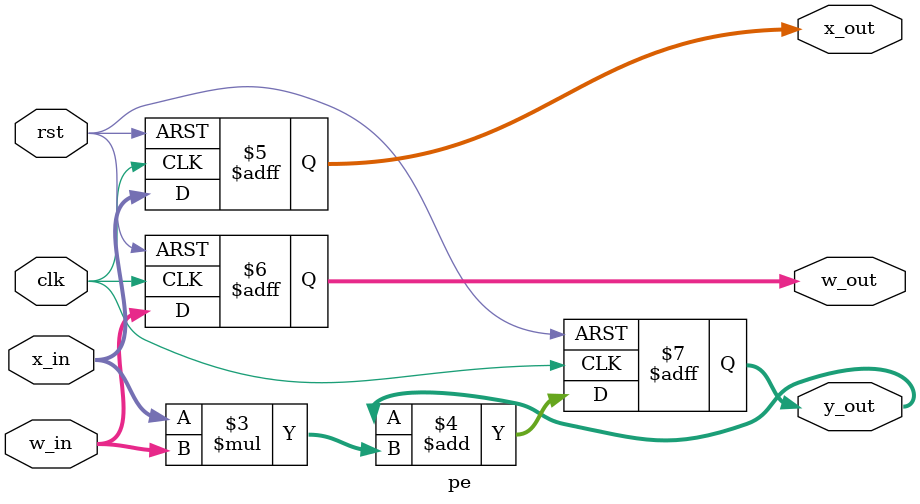
<source format=v>
`timescale 1ns / 1ps

module pe #(
    parameter DATA_WIDTH = 32
) (
    input clk,
    input rst,
    input [DATA_WIDTH-1:0] x_in,
    input [DATA_WIDTH-1:0] w_in,
    output reg [DATA_WIDTH-1:0] x_out,
    output reg [DATA_WIDTH-1:0] w_out,
    output reg [DATA_WIDTH-1:0] y_out
);

always @(posedge clk or negedge rst) begin
    if (!rst) begin
        x_out <= 0;
        w_out <= 0;
        y_out <= 0;
    end
    else begin
        x_out <= x_in;
        w_out <= w_in;
        y_out <= y_out + x_in * w_in;
    end
end

endmodule
</source>
